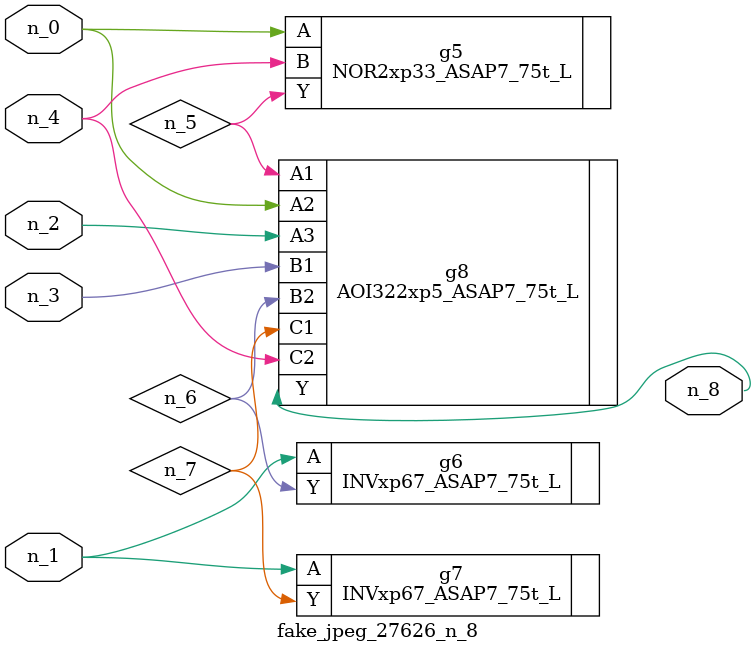
<source format=v>
module fake_jpeg_27626_n_8 (n_3, n_2, n_1, n_0, n_4, n_8);

input n_3;
input n_2;
input n_1;
input n_0;
input n_4;

output n_8;

wire n_6;
wire n_5;
wire n_7;

NOR2xp33_ASAP7_75t_L g5 ( 
.A(n_0),
.B(n_4),
.Y(n_5)
);

INVxp67_ASAP7_75t_L g6 ( 
.A(n_1),
.Y(n_6)
);

INVxp67_ASAP7_75t_L g7 ( 
.A(n_1),
.Y(n_7)
);

AOI322xp5_ASAP7_75t_L g8 ( 
.A1(n_5),
.A2(n_0),
.A3(n_2),
.B1(n_3),
.B2(n_6),
.C1(n_7),
.C2(n_4),
.Y(n_8)
);


endmodule
</source>
